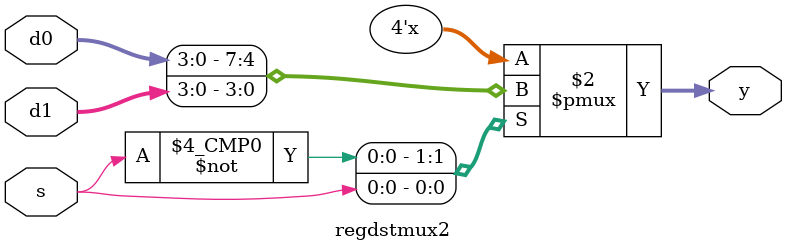
<source format=sv>

module regfile(input  logic        clk, 
               input  logic        we3, 
               input  logic [4:0]  ra1, ra2, wa3, 
               input  logic [31:0] wd3, 
               output logic [31:0] rd1, rd2);

  logic [31:0] rf[31:0];

  // three ported register file
  // read two ports combinationally
  // write third port on rising edge of clock
  // register 0 hardwired to 0

  always_ff @(posedge clk)
    if (we3) rf[wa3] <= wd3;	

  assign rd1 = (ra1 != 0) ? rf[ra1] : 0;
  assign rd2 = (ra2 != 0) ? rf[ra2] : 0;
endmodule

module adder(input  logic [31:0] a, b,
             output logic [31:0] y);

  assign y = a + b;
endmodule

module sl2(input  logic [31:0] a,
           output logic [31:0] y);

  // shift left by 2
  assign y = {a[29:0], 2'b00};
endmodule

module signext(input  logic [15:0] a,
               output logic [31:0] y);
              
  assign y = {{16{a[15]}}, a};
endmodule


//zero extending added
module zeroext(input  logic [15:0] a,
               output logic [31:0] y);
              
  assign y = {16'h0000, a};
endmodule

module flopr #(parameter WIDTH = 8)
              (input  logic             clk, reset,
               input  logic [WIDTH-1:0] d, 
               output logic [WIDTH-1:0] q);

  always_ff @(posedge clk, posedge reset)
    if (reset) q <= 0;
    else       q <= d;
endmodule

module flopenr #(parameter WIDTH = 8)
                (input  logic             clk, reset,
                 input  logic             en,
                 input  logic [WIDTH-1:0] d, 
                 output logic [WIDTH-1:0] q);
 
  always_ff @(posedge clk, posedge reset)
    if      (reset) q <= 0;
    else if (en)    q <= d;
endmodule

module mux2 #(parameter WIDTH = 8)
             (input  logic [WIDTH-1:0] d0, d1, 
              input  logic             s, 
              output logic [WIDTH-1:0] y);
              
   always_comb
     case(s)
         1'b0: y <= d0;
         1'b1: y <= d1;
         default: y <= 8'hxx;
     endcase
endmodule

module regdstmux2 #(parameter WIDTH = 4)
             (input  logic [WIDTH-1:0] d0, d1, 
              input  logic             s, 
              output logic [WIDTH-1:0] y);
              
   always_comb
     case(s)
         1'b0: y <= d0;
         1'b1: y <= d1;
         default: y <= 4'hx;
     endcase
endmodule

////MODIFIED MUX TO TAKE EXTRA INPUT              
//module mux3 #(parameter WIDTH = 8)
//               (input  logic [WIDTH-1:0] d0, d1, k, 
//                input  logic [1:0]       s, 
//                output logic [WIDTH-1:0] y);
//    always_comb
//        case(s)
//            2'b00: y <= d0;
//            2'b01: y <= d1;
//            2'b10: y <= k;
//            default: y <= 8'hxx;
//        endcase
//endmodule

</source>
